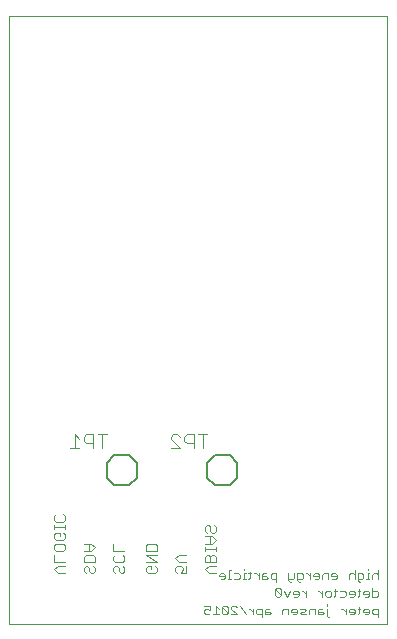
<source format=gbo>
G75*
%MOIN*%
%OFA0B0*%
%FSLAX24Y24*%
%IPPOS*%
%LPD*%
%AMOC8*
5,1,8,0,0,1.08239X$1,22.5*
%
%ADD10C,0.0000*%
%ADD11C,0.0030*%
%ADD12C,0.0080*%
%ADD13C,0.0040*%
D10*
X000111Y000180D02*
X000111Y020456D01*
X012710Y020456D01*
X012710Y000180D01*
X000111Y000180D01*
D11*
X001726Y001868D02*
X001603Y001992D01*
X001726Y002115D01*
X001973Y002115D01*
X001973Y002237D02*
X001603Y002237D01*
X001603Y002483D01*
X001664Y002605D02*
X001603Y002667D01*
X001603Y002790D01*
X001664Y002852D01*
X001911Y002852D01*
X001973Y002790D01*
X001973Y002667D01*
X001911Y002605D01*
X001664Y002605D01*
X001664Y002973D02*
X001603Y003035D01*
X001603Y003158D01*
X001664Y003220D01*
X001788Y003220D01*
X001788Y003097D01*
X001911Y003220D02*
X001973Y003158D01*
X001973Y003035D01*
X001911Y002973D01*
X001664Y002973D01*
X001603Y003341D02*
X001603Y003465D01*
X001603Y003403D02*
X001973Y003403D01*
X001973Y003341D02*
X001973Y003465D01*
X001911Y003587D02*
X001664Y003587D01*
X001603Y003649D01*
X001603Y003772D01*
X001664Y003834D01*
X001911Y003834D02*
X001973Y003772D01*
X001973Y003649D01*
X001911Y003587D01*
X002587Y002852D02*
X002834Y002852D01*
X002957Y002728D01*
X002834Y002605D01*
X002587Y002605D01*
X002649Y002483D02*
X002896Y002483D01*
X002957Y002422D01*
X002957Y002237D01*
X002587Y002237D01*
X002587Y002422D01*
X002649Y002483D01*
X002772Y002605D02*
X002772Y002852D01*
X002710Y002115D02*
X002649Y002115D01*
X002587Y002053D01*
X002587Y001930D01*
X002649Y001868D01*
X002772Y001930D02*
X002772Y002053D01*
X002710Y002115D01*
X002896Y002115D02*
X002957Y002053D01*
X002957Y001930D01*
X002896Y001868D01*
X002834Y001868D01*
X002772Y001930D01*
X003571Y001930D02*
X003633Y001868D01*
X003571Y001930D02*
X003571Y002053D01*
X003633Y002115D01*
X003695Y002115D01*
X003756Y002053D01*
X003756Y001930D01*
X003818Y001868D01*
X003880Y001868D01*
X003941Y001930D01*
X003941Y002053D01*
X003880Y002115D01*
X003880Y002237D02*
X003633Y002237D01*
X003571Y002298D01*
X003571Y002422D01*
X003633Y002483D01*
X003571Y002605D02*
X003571Y002852D01*
X003571Y002605D02*
X003941Y002605D01*
X003880Y002483D02*
X003941Y002422D01*
X003941Y002298D01*
X003880Y002237D01*
X004654Y002237D02*
X005024Y002237D01*
X004654Y002483D01*
X005024Y002483D01*
X005024Y002605D02*
X005024Y002790D01*
X004962Y002852D01*
X004716Y002852D01*
X004654Y002790D01*
X004654Y002605D01*
X005024Y002605D01*
X004962Y002115D02*
X005024Y002053D01*
X005024Y001930D01*
X004962Y001868D01*
X004716Y001868D01*
X004654Y001930D01*
X004654Y002053D01*
X004716Y002115D01*
X004839Y002115D01*
X004839Y001992D01*
X005638Y002053D02*
X005638Y001930D01*
X005700Y001868D01*
X005823Y001868D02*
X005885Y001992D01*
X005885Y002053D01*
X005823Y002115D01*
X005700Y002115D01*
X005638Y002053D01*
X005762Y002237D02*
X005638Y002360D01*
X005762Y002483D01*
X006008Y002483D01*
X006008Y002237D02*
X005762Y002237D01*
X005823Y001868D02*
X006008Y001868D01*
X006008Y002115D01*
X006622Y002237D02*
X006622Y002422D01*
X006684Y002483D01*
X006746Y002483D01*
X006808Y002422D01*
X006808Y002237D01*
X006746Y002115D02*
X006993Y002115D01*
X006993Y002237D02*
X006993Y002422D01*
X006931Y002483D01*
X006869Y002483D01*
X006808Y002422D01*
X006622Y002605D02*
X006622Y002728D01*
X006622Y002667D02*
X006993Y002667D01*
X006993Y002728D02*
X006993Y002605D01*
X006869Y002850D02*
X006993Y002974D01*
X006869Y003097D01*
X006622Y003097D01*
X006684Y003219D02*
X006622Y003280D01*
X006622Y003404D01*
X006684Y003466D01*
X006746Y003466D01*
X006808Y003404D01*
X006808Y003280D01*
X006869Y003219D01*
X006931Y003219D01*
X006993Y003280D01*
X006993Y003404D01*
X006931Y003466D01*
X006808Y003097D02*
X006808Y002850D01*
X006869Y002850D02*
X006622Y002850D01*
X006622Y002237D02*
X006993Y002237D01*
X006993Y001868D02*
X006746Y001868D01*
X006622Y001992D01*
X006746Y002115D01*
X007099Y001817D02*
X007099Y001768D01*
X007292Y001768D01*
X007292Y001720D02*
X007292Y001817D01*
X007244Y001865D01*
X007147Y001865D01*
X007099Y001817D01*
X007147Y001671D02*
X007244Y001671D01*
X007292Y001720D01*
X007392Y001671D02*
X007489Y001671D01*
X007440Y001671D02*
X007440Y001962D01*
X007489Y001962D01*
X007590Y001865D02*
X007735Y001865D01*
X007783Y001817D01*
X007783Y001720D01*
X007735Y001671D01*
X007590Y001671D01*
X007883Y001671D02*
X007980Y001671D01*
X007931Y001671D02*
X007931Y001865D01*
X007980Y001865D01*
X008079Y001865D02*
X008176Y001865D01*
X008128Y001913D02*
X008128Y001720D01*
X008079Y001671D01*
X007931Y001962D02*
X007931Y002010D01*
X008277Y001865D02*
X008325Y001865D01*
X008422Y001768D01*
X008422Y001671D02*
X008422Y001865D01*
X008523Y001817D02*
X008523Y001671D01*
X008668Y001671D01*
X008716Y001720D01*
X008668Y001768D01*
X008523Y001768D01*
X008523Y001817D02*
X008571Y001865D01*
X008668Y001865D01*
X008817Y001817D02*
X008817Y001720D01*
X008866Y001671D01*
X009011Y001671D01*
X009011Y001575D02*
X009011Y001865D01*
X008866Y001865D01*
X008817Y001817D01*
X009013Y001371D02*
X008965Y001323D01*
X009158Y001129D01*
X009110Y001081D01*
X009013Y001081D01*
X008965Y001129D01*
X008965Y001323D01*
X009013Y001371D02*
X009110Y001371D01*
X009158Y001323D01*
X009158Y001129D01*
X009259Y001274D02*
X009356Y001081D01*
X009453Y001274D01*
X009554Y001226D02*
X009554Y001178D01*
X009748Y001178D01*
X009748Y001226D02*
X009699Y001274D01*
X009602Y001274D01*
X009554Y001226D01*
X009602Y001081D02*
X009699Y001081D01*
X009748Y001129D01*
X009748Y001226D01*
X009848Y001274D02*
X009896Y001274D01*
X009993Y001178D01*
X009993Y001274D02*
X009993Y001081D01*
X009945Y000684D02*
X009800Y000684D01*
X009848Y000587D02*
X009945Y000587D01*
X009993Y000635D01*
X009945Y000684D01*
X009848Y000587D02*
X009800Y000539D01*
X009848Y000490D01*
X009993Y000490D01*
X010094Y000490D02*
X010094Y000635D01*
X010143Y000684D01*
X010288Y000684D01*
X010288Y000490D01*
X010389Y000490D02*
X010389Y000635D01*
X010437Y000684D01*
X010534Y000684D01*
X010534Y000587D02*
X010389Y000587D01*
X010389Y000490D02*
X010534Y000490D01*
X010582Y000539D01*
X010534Y000587D01*
X010682Y000684D02*
X010682Y000442D01*
X010730Y000394D01*
X010779Y000394D01*
X010682Y000781D02*
X010682Y000829D01*
X010683Y001081D02*
X010634Y001129D01*
X010634Y001226D01*
X010683Y001274D01*
X010780Y001274D01*
X010828Y001226D01*
X010828Y001129D01*
X010780Y001081D01*
X010683Y001081D01*
X010533Y001081D02*
X010533Y001274D01*
X010533Y001178D02*
X010437Y001274D01*
X010388Y001274D01*
X010387Y001671D02*
X010290Y001671D01*
X010387Y001671D02*
X010435Y001720D01*
X010435Y001817D01*
X010387Y001865D01*
X010290Y001865D01*
X010242Y001817D01*
X010242Y001768D01*
X010435Y001768D01*
X010536Y001817D02*
X010536Y001671D01*
X010536Y001817D02*
X010585Y001865D01*
X010730Y001865D01*
X010730Y001671D01*
X010831Y001768D02*
X011024Y001768D01*
X011024Y001720D02*
X011024Y001817D01*
X010976Y001865D01*
X010879Y001865D01*
X010831Y001817D01*
X010831Y001768D01*
X010879Y001671D02*
X010976Y001671D01*
X011024Y001720D01*
X010976Y001323D02*
X010976Y001129D01*
X010928Y001081D01*
X010928Y001274D02*
X011024Y001274D01*
X011126Y001274D02*
X011271Y001274D01*
X011319Y001226D01*
X011319Y001129D01*
X011271Y001081D01*
X011126Y001081D01*
X011420Y001178D02*
X011614Y001178D01*
X011614Y001226D02*
X011565Y001274D01*
X011469Y001274D01*
X011420Y001226D01*
X011420Y001178D01*
X011469Y001081D02*
X011565Y001081D01*
X011614Y001129D01*
X011614Y001226D01*
X011713Y001274D02*
X011810Y001274D01*
X011762Y001323D02*
X011762Y001129D01*
X011713Y001081D01*
X011911Y001178D02*
X012105Y001178D01*
X012105Y001226D02*
X012056Y001274D01*
X011960Y001274D01*
X011911Y001226D01*
X011911Y001178D01*
X011960Y001081D02*
X012056Y001081D01*
X012105Y001129D01*
X012105Y001226D01*
X012206Y001274D02*
X012351Y001274D01*
X012399Y001226D01*
X012399Y001129D01*
X012351Y001081D01*
X012206Y001081D01*
X012206Y001371D01*
X012206Y001671D02*
X012206Y001817D01*
X012254Y001865D01*
X012351Y001865D01*
X012399Y001817D01*
X012399Y001962D02*
X012399Y001671D01*
X012105Y001671D02*
X012008Y001671D01*
X012056Y001671D02*
X012056Y001865D01*
X012105Y001865D01*
X012056Y001962D02*
X012056Y002010D01*
X011908Y001817D02*
X011908Y001720D01*
X011860Y001671D01*
X011715Y001671D01*
X011715Y001623D02*
X011715Y001865D01*
X011860Y001865D01*
X011908Y001817D01*
X011812Y001575D02*
X011763Y001575D01*
X011715Y001623D01*
X011614Y001671D02*
X011614Y001962D01*
X011565Y001865D02*
X011614Y001817D01*
X011565Y001865D02*
X011469Y001865D01*
X011420Y001817D01*
X011420Y001671D01*
X011469Y000684D02*
X011420Y000635D01*
X011420Y000587D01*
X011614Y000587D01*
X011614Y000539D02*
X011614Y000635D01*
X011565Y000684D01*
X011469Y000684D01*
X011319Y000684D02*
X011319Y000490D01*
X011319Y000587D02*
X011222Y000684D01*
X011174Y000684D01*
X011469Y000490D02*
X011565Y000490D01*
X011614Y000539D01*
X011713Y000490D02*
X011762Y000539D01*
X011762Y000732D01*
X011810Y000684D02*
X011713Y000684D01*
X011911Y000635D02*
X011911Y000587D01*
X012105Y000587D01*
X012105Y000539D02*
X012105Y000635D01*
X012056Y000684D01*
X011960Y000684D01*
X011911Y000635D01*
X011960Y000490D02*
X012056Y000490D01*
X012105Y000539D01*
X012206Y000539D02*
X012206Y000635D01*
X012254Y000684D01*
X012399Y000684D01*
X012399Y000394D01*
X012399Y000490D02*
X012254Y000490D01*
X012206Y000539D01*
X010140Y001671D02*
X010140Y001865D01*
X010044Y001865D02*
X010140Y001768D01*
X010044Y001865D02*
X009995Y001865D01*
X009895Y001817D02*
X009895Y001720D01*
X009847Y001671D01*
X009701Y001671D01*
X009701Y001623D02*
X009701Y001865D01*
X009847Y001865D01*
X009895Y001817D01*
X009798Y001575D02*
X009750Y001575D01*
X009701Y001623D01*
X009600Y001720D02*
X009552Y001671D01*
X009407Y001671D01*
X009407Y001623D02*
X009455Y001575D01*
X009504Y001575D01*
X009407Y001623D02*
X009407Y001865D01*
X009600Y001865D02*
X009600Y001720D01*
X009553Y000684D02*
X009505Y000635D01*
X009505Y000587D01*
X009698Y000587D01*
X009698Y000539D02*
X009698Y000635D01*
X009650Y000684D01*
X009553Y000684D01*
X009553Y000490D02*
X009650Y000490D01*
X009698Y000539D01*
X009404Y000490D02*
X009404Y000684D01*
X009259Y000684D01*
X009210Y000635D01*
X009210Y000490D01*
X008815Y000539D02*
X008766Y000587D01*
X008621Y000587D01*
X008621Y000635D02*
X008621Y000490D01*
X008766Y000490D01*
X008815Y000539D01*
X008766Y000684D02*
X008669Y000684D01*
X008621Y000635D01*
X008520Y000684D02*
X008375Y000684D01*
X008326Y000635D01*
X008326Y000539D01*
X008375Y000490D01*
X008520Y000490D01*
X008520Y000394D02*
X008520Y000684D01*
X008225Y000684D02*
X008225Y000490D01*
X008225Y000587D02*
X008128Y000684D01*
X008080Y000684D01*
X007980Y000490D02*
X007786Y000781D01*
X007685Y000732D02*
X007637Y000781D01*
X007540Y000781D01*
X007492Y000732D01*
X007492Y000684D01*
X007685Y000490D01*
X007492Y000490D01*
X007390Y000539D02*
X007390Y000732D01*
X007342Y000781D01*
X007245Y000781D01*
X007197Y000732D01*
X007390Y000539D01*
X007342Y000490D01*
X007245Y000490D01*
X007197Y000539D01*
X007197Y000732D01*
X007096Y000684D02*
X006999Y000781D01*
X006999Y000490D01*
X007096Y000490D02*
X006902Y000490D01*
X006801Y000539D02*
X006753Y000490D01*
X006656Y000490D01*
X006608Y000539D01*
X006608Y000635D01*
X006656Y000684D01*
X006704Y000684D01*
X006801Y000635D01*
X006801Y000781D01*
X006608Y000781D01*
X001973Y001868D02*
X001726Y001868D01*
D12*
X003601Y004798D02*
X003351Y005048D01*
X003351Y005548D01*
X003601Y005798D01*
X004101Y005798D01*
X004351Y005548D01*
X004351Y005048D01*
X004101Y004798D01*
X003601Y004798D01*
X006698Y005048D02*
X006698Y005548D01*
X006948Y005798D01*
X007448Y005798D01*
X007698Y005548D01*
X007698Y005048D01*
X007448Y004798D01*
X006948Y004798D01*
X006698Y005048D01*
D13*
X006554Y006038D02*
X006554Y006499D01*
X006401Y006499D02*
X006708Y006499D01*
X006248Y006499D02*
X006248Y006038D01*
X006248Y006192D02*
X006017Y006192D01*
X005941Y006268D01*
X005941Y006422D01*
X006017Y006499D01*
X006248Y006499D01*
X005787Y006422D02*
X005710Y006499D01*
X005557Y006499D01*
X005480Y006422D01*
X005480Y006345D01*
X005787Y006038D01*
X005480Y006038D01*
X003361Y006499D02*
X003055Y006499D01*
X003208Y006499D02*
X003208Y006038D01*
X002901Y006038D02*
X002901Y006499D01*
X002671Y006499D01*
X002594Y006422D01*
X002594Y006268D01*
X002671Y006192D01*
X002901Y006192D01*
X002441Y006345D02*
X002287Y006499D01*
X002287Y006038D01*
X002134Y006038D02*
X002441Y006038D01*
M02*

</source>
